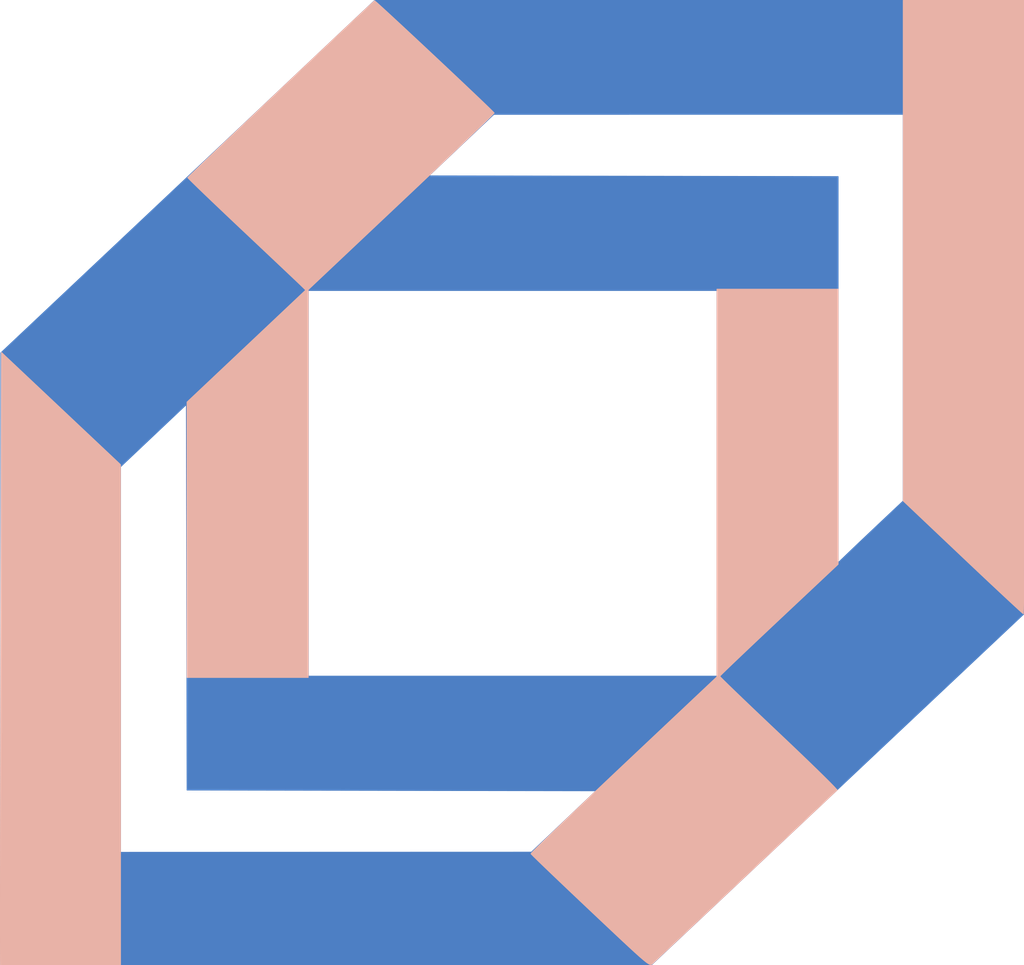
<source format=kicad_pcb>

(kicad_pcb (version 4) (host pcbnew 4.0.7)

	(general
		(links 0)
		(no_connects 0)
		(area 77.052499 41.877835 92.193313 53.630501)
		(thickness 1.6)
		(drawings 8)
		(tracks 0)
		(zones 0)
		(modules 1)
		(nets 1)
	)

	(page A4)
	(layers
		(0 F.Cu signal)
		(31 B.Cu signal)
		(32 B.Adhes user)
		(33 F.Adhes user)
		(34 B.Paste user)
		(35 F.Paste user)
		(36 B.SilkS user)
		(37 F.SilkS user)
		(38 B.Mask user)
		(39 F.Mask user)
		(40 Dwgs.User user)
		(41 Cmts.User user)
		(42 Eco1.User user)
		(43 Eco2.User user)
		(44 Edge.Cuts user)
		(45 Margin user)
		(46 B.CrtYd user)
		(47 F.CrtYd user)
		(48 B.Fab user)
		(49 F.Fab user)
	)

	(setup
		(last_trace_width 0.25)
		(trace_clearance 0.2)
		(zone_clearance 0.508)
		(zone_45_only no)
		(trace_min 0.2)
		(segment_width 0.2)
		(edge_width 0.15)
		(via_size 0.6)
		(via_drill 0.4)
		(via_min_size 0.4)
		(via_min_drill 0.3)
		(uvia_size 0.3)
		(uvia_drill 0.1)
		(uvias_allowed no)
		(uvia_min_size 0.2)
		(uvia_min_drill 0.1)
		(pcb_text_width 0.3)
		(pcb_text_size 1.5 1.5)
		(mod_edge_width 0.15)
		(mod_text_size 1 1)
		(mod_text_width 0.15)
		(pad_size 1.524 1.524)
		(pad_drill 0.762)
		(pad_to_mask_clearance 0.2)
		(aux_axis_origin 0 0)
		(visible_elements FFFFFF7F)
		(pcbplotparams
			(layerselection 0x010f0_80000001)
			(usegerberextensions false)
			(excludeedgelayer true)
			(linewidth 0.100000)
			(plotframeref false)
			(viasonmask false)
			(mode 1)
			(useauxorigin false)
			(hpglpennumber 1)
			(hpglpenspeed 20)
			(hpglpendiameter 15)
			(hpglpenoverlay 2)
			(psnegative false)
			(psa4output false)
			(plotreference true)
			(plotvalue true)
			(plotinvisibletext false)
			(padsonsilk false)
			(subtractmaskfromsilk false)
			(outputformat 1)
			(mirror false)
			(drillshape 1)
			(scaleselection 1)
			(outputdirectory gerbers/))
	)

	(net 0 "")

	(net_class Default "This is the default net class."
		(clearance 0.2)
		(trace_width 0.25)
		(via_dia 0.6)
		(via_drill 0.4)
		(uvia_dia 0.3)
		(uvia_drill 0.1)
	)
(module LOGO (layer F.Cu)
  (at 0 0)
 (fp_text reference "G***" (at 0 0) (layer F.SilkS) hide
  (effects (font (thickness 0.3)))
  )
  (fp_text value "LOGO" (at 0.75 0) (layer F.SilkS) hide
  (effects (font (thickness 0.3)))
  )
  (fp_poly (pts (xy 5.270500 -0.112422) (xy 3.901755 1.176747) (xy 3.654339 1.409796) (xy 3.382457 1.665920) (xy 3.092442 1.939151) (xy 2.790629 2.223520) (xy 2.483350 2.513061) (xy 2.176941 2.801803)
     (xy 1.877733 3.083780) (xy 1.592061 3.353024) (xy 1.326258 3.603565) (xy 1.157792 3.762375) (xy -0.217427 5.058833) (xy -9.736667 5.058833) (xy -9.736667 -2.262254) (xy -7.979834 -2.262254)
     (xy -7.979834 3.386667) (xy -4.968875 3.385581) (xy -1.957917 3.384496) (xy -1.484762 2.935790) (xy -1.011606 2.487083) (xy -4.008810 2.481719) (xy -7.006013 2.476354) (xy -7.011382 -0.348445)
     (xy -7.016750 -3.173245) (xy -7.498292 -2.717750) (xy -7.979834 -2.262254) (xy -9.736667 -2.262254) (xy -9.736667 -3.934484) (xy -8.767982 -4.847167) (xy -5.228167 -4.847167) (xy -5.228167 0.804333)
     (xy 0.762000 0.804333) (xy 0.762000 -4.847167) (xy -5.228167 -4.847167) (xy -8.767982 -4.847167) (xy -8.325624 -5.263951) (xy -8.077092 -5.498134) (xy -7.806452 -5.753185) (xy -7.519659 -6.023489)
     (xy -7.222669 -6.303432) (xy -6.982415 -6.529917) (xy -3.458151 -6.529917) (xy -0.459076 -6.524552) (xy 2.540000 -6.519188) (xy 2.540000 -0.860492) (xy 2.704041 -1.018106) (xy 2.773158 -1.084204)
     (xy 2.864690 -1.171289) (xy 2.970202 -1.271359) (xy 3.081257 -1.376412) (xy 3.180291 -1.469848) (xy 3.492500 -1.763976) (xy 3.492500 -7.429500) (xy -2.508250 -7.428774) (xy -2.983201 -6.979345)
     (xy -3.458151 -6.529917) (xy -6.982415 -6.529917) (xy -6.921438 -6.587399) (xy -6.621921 -6.869775) (xy -6.330073 -7.144947) (xy -6.051850 -7.407300) (xy -5.793208 -7.651220) (xy -5.585067 -7.847542)
     (xy -4.255553 -9.101667) (xy 5.270500 -9.101667) (xy 5.270500 -0.112422) )(layer B.Cu) (width  0.010000)
  )
)
(module LOGO (layer F.Cu)
  (at 0 0)
 (fp_text reference "G***" (at 0 0) (layer F.SilkS) hide
  (effects (font (thickness 0.3)))
  )
  (fp_text value "LOGO" (at 0.75 0) (layer F.SilkS) hide
  (effects (font (thickness 0.3)))
  )
  (fp_poly (pts (xy -4.968875 3.387846) (xy -1.957917 3.389025) (xy -1.164167 4.139690) (xy -1.007708 4.287742) (xy -0.858192 4.429388) (xy -0.718910 4.561500) (xy -0.593151 4.680950) (xy -0.484204 4.784611)
     (xy -0.395358 4.869356) (xy -0.329903 4.932056) (xy -0.291127 4.969585) (xy -0.286062 4.974594) (xy -0.201706 5.058833) (xy -7.979834 5.058833) (xy -7.979834 3.386667) (xy -4.968875 3.387846) )(layer B.Mask) (width  0.010000)
  )
  (fp_poly (pts (xy 3.527038 -1.732161) (xy 3.575074 -1.692023) (xy 3.646683 -1.629029) (xy 3.738472 -1.546371) (xy 3.847048 -1.447244) (xy 3.969018 -1.334839) (xy 4.100991 -1.212350) (xy 4.239573 -1.082969)
     (xy 4.381373 -0.949890) (xy 4.522997 -0.816306) (xy 4.661053 -0.685410) (xy 4.792148 -0.560394) (xy 4.912890 -0.444452) (xy 5.019887 -0.340776) (xy 5.109746 -0.252560) (xy 5.179074 -0.182997)
     (xy 5.224479 -0.135279) (xy 5.242568 -0.112600) (xy 5.242734 -0.111641) (xy 5.227029 -0.093091) (xy 5.182970 -0.048009) (xy 5.113079 0.021174) (xy 5.019876 0.112028) (xy 4.905884 0.222122)
     (xy 4.773624 0.349027) (xy 4.625618 0.490312) (xy 4.464387 0.643547) (xy 4.292453 0.806301) (xy 4.191000 0.902048) (xy 4.003680 1.078663) (xy 3.817480 1.254263) (xy 3.635995 1.425457)
     (xy 3.462817 1.588854) (xy 3.301542 1.741060) (xy 3.155763 1.878685) (xy 3.029074 1.998336) (xy 2.925068 2.096620) (xy 2.847340 2.170147) (xy 2.831846 2.184822) (xy 2.520442 2.479850)
     (xy 1.650439 1.657967) (xy 1.489787 1.506331) (xy 1.338463 1.363755) (xy 1.199237 1.232831) (xy 1.074879 1.116150) (xy 0.968158 1.016306) (xy 0.881844 0.935890) (xy 0.818706 0.877495)
     (xy 0.781514 0.843713) (xy 0.772335 0.836083) (xy 0.755891 0.850199) (xy 0.711471 0.890819) (xy 0.641848 0.955347) (xy 0.549795 1.041191) (xy 0.438083 1.145755) (xy 0.309487 1.266446)
     (xy 0.166778 1.400669) (xy 0.012729 1.545831) (xy -0.104316 1.656292) (xy -0.972866 2.476500) (xy -7.006167 2.476500) (xy -7.006167 0.804333) (xy 0.773874 0.804333) (xy 2.125826 -0.470958)
     (xy 2.327483 -0.660884) (xy 2.520669 -0.842256) (xy 2.703131 -1.012992) (xy 2.872615 -1.171008) (xy 3.026866 -1.314221) (xy 3.163630 -1.440550) (xy 3.280653 -1.547911) (xy 3.375682 -1.634221)
     (xy 3.446462 -1.697397) (xy 3.490740 -1.735358) (xy 3.505966 -1.746250) (xy 3.527038 -1.732161) )(layer B.Mask) (width  0.010000)
  )
  (fp_poly (pts (xy 2.540000 -4.847167) (xy -5.246484 -4.847167) (xy -6.602954 -3.566583) (xy -6.804718 -3.376298) (xy -6.997814 -3.194557) (xy -7.180013 -3.023439) (xy -7.349084 -2.865021) (xy -7.502798 -2.721378)
     (xy -7.638927 -2.594590) (xy -7.755239 -2.486732) (xy -7.849505 -2.399882) (xy -7.919495 -2.336116) (xy -7.962981 -2.297513) (xy -7.977610 -2.286000) (xy -7.996040 -2.300105) (xy -8.042319 -2.340639)
     (xy -8.113551 -2.404935) (xy -8.206839 -2.490321) (xy -8.319287 -2.594131) (xy -8.447997 -2.713693) (xy -8.590073 -2.846340) (xy -8.742618 -2.989402) (xy -8.818606 -3.060892) (xy -8.976527 -3.209634)
     (xy -9.126303 -3.350741) (xy -9.264885 -3.481337) (xy -9.389221 -3.598544) (xy -9.496262 -3.699488) (xy -9.582956 -3.781290) (xy -9.646253 -3.841074) (xy -9.683102 -3.875964) (xy -9.690092 -3.882632)
     (xy -9.738768 -3.929479) (xy -8.491222 -5.106942) (xy -8.294526 -5.292561) (xy -8.104239 -5.472077) (xy -7.922970 -5.643032) (xy -7.753327 -5.802970) (xy -7.597920 -5.949433) (xy -7.459356 -6.079962)
     (xy -7.340244 -6.192099) (xy -7.243194 -6.283388) (xy -7.170813 -6.351370) (xy -7.125711 -6.393588) (xy -7.117005 -6.401680) (xy -6.990335 -6.518955) (xy -6.116390 -5.694633) (xy -5.242445 -4.870312)
     (xy -4.923098 -5.173422) (xy -4.827593 -5.264013) (xy -4.708017 -5.377346) (xy -4.571061 -5.507082) (xy -4.423419 -5.646884) (xy -4.271784 -5.790414) (xy -4.122849 -5.931333) (xy -4.053417 -5.997005)
     (xy -3.503084 -6.517478) (xy -0.481542 -6.518406) (xy 2.540000 -6.519333) (xy 2.540000 -4.847167) )(layer B.Mask) (width  0.010000)
  )
  (fp_poly (pts (xy 3.513666 -7.429500) (xy -2.508250 -7.429890) (xy -3.376084 -8.248599) (xy -3.536725 -8.400329) (xy -3.687972 -8.543537) (xy -3.827043 -8.675567) (xy -3.951158 -8.793761) (xy -4.057535 -8.895462)
     (xy -4.143393 -8.978013) (xy -4.205953 -9.038758) (xy -4.242431 -9.075038) (xy -4.250973 -9.084488) (xy -4.230893 -9.086266) (xy -4.170567 -9.087993) (xy -4.072080 -9.089660) (xy -3.937519 -9.091257)
     (xy -3.768970 -9.092776) (xy -3.568520 -9.094208) (xy -3.338256 -9.095542) (xy -3.080263 -9.096770) (xy -2.796628 -9.097883) (xy -2.489437 -9.098871) (xy -2.160778 -9.099725) (xy -1.812736 -9.100435)
     (xy -1.447397 -9.100993) (xy -1.066849 -9.101390) (xy -0.673177 -9.101615) (xy -0.372181 -9.101667) (xy 3.513666 -9.101667) (xy 3.513666 -7.429500) )(layer B.Mask) (width  0.010000)
  )
)
(module LOGO (layer F.Cu)
  (at 0 0)
 (fp_text reference "G***" (at 0 0) (layer F.SilkS) hide
  (effects (font (thickness 0.3)))
  )
  (fp_text value "LOGO" (at 0.75 0) (layer F.SilkS) hide
  (effects (font (thickness 0.3)))
  )
  (fp_poly (pts (xy -8.853280 -3.119027) (xy -7.980477 -2.296583) (xy -7.980155 1.381125) (xy -7.979834 5.058833) (xy -8.857001 5.058833) (xy -9.045368 5.058463) (xy -9.220183 5.057405) (xy -9.376998 5.055739)
     (xy -9.511370 5.053546) (xy -9.618851 5.050904) (xy -9.694996 5.047895) (xy -9.735359 5.044597) (xy -9.740710 5.042958) (xy -9.741291 5.020568) (xy -9.741761 4.957801) (xy -9.742121 4.856613)
     (xy -9.742372 4.718960) (xy -9.742517 4.546799) (xy -9.742556 4.342085) (xy -9.742493 4.106774) (xy -9.742328 3.842823) (xy -9.742063 3.552188) (xy -9.741701 3.236825) (xy -9.741242 2.898690)
     (xy -9.740689 2.539739) (xy -9.740043 2.161929) (xy -9.739306 1.767214) (xy -9.738481 1.357553) (xy -9.737567 0.934900) (xy -9.736667 0.542806) (xy -9.726084 -3.941471) (xy -8.853280 -3.119027) )(layer B.SilkS) (width  0.010000)
  )
  (fp_poly (pts (xy 2.540000 -0.834135) (xy 1.673855 -0.020192) (xy 1.513417 0.130784) (xy 1.362556 0.273150) (xy 1.224044 0.404264) (xy 1.100648 0.521486) (xy 0.995138 0.622175) (xy 0.910283 0.703690)
     (xy 0.848853 0.763391) (xy 0.813618 0.798637) (xy 0.806022 0.807339) (xy 0.820664 0.823970) (xy 0.863403 0.866964) (xy 0.931495 0.933683) (xy 1.022197 1.021489) (xy 1.132765 1.127743)
     (xy 1.260457 1.249807) (xy 1.402531 1.385042) (xy 1.556242 1.530812) (xy 1.673168 1.641362) (xy 1.833177 1.792982) (xy 1.983065 1.936027) (xy 2.120144 2.067864) (xy 2.241727 2.185860)
     (xy 2.345127 2.287381) (xy 2.427657 2.369792) (xy 2.486629 2.430462) (xy 2.519357 2.466755) (xy 2.525126 2.476350) (xy 2.507507 2.492741) (xy 2.461338 2.536032) (xy 2.388881 2.604092)
     (xy 2.292400 2.694793) (xy 2.174158 2.806006) (xy 2.036417 2.935600) (xy 1.881441 3.081447) (xy 1.711494 3.241419) (xy 1.528837 3.413384) (xy 1.335735 3.595216) (xy 1.184306 3.737826)
     (xy 0.984068 3.926376) (xy 0.792017 4.107139) (xy 0.610476 4.277934) (xy 0.441772 4.436576) (xy 0.288227 4.580881) (xy 0.152167 4.708668) (xy 0.035916 4.817751) (xy -0.058201 4.905948)
     (xy -0.127860 4.971076) (xy -0.170737 5.010950) (xy -0.183800 5.022868) (xy -0.193819 5.030470) (xy -0.205124 5.034236) (xy -0.220208 5.032033) (xy -0.241564 5.021728) (xy -0.271683 5.001187)
     (xy -0.313058 4.968279) (xy -0.368181 4.920869) (xy -0.439545 4.856825) (xy -0.529641 4.774013) (xy -0.640962 4.670301) (xy -0.776001 4.543555) (xy -0.937249 4.391643) (xy -1.092940 4.244758)
     (xy -1.253304 4.093206) (xy -1.404250 3.950117) (xy -1.542994 3.818159) (xy -1.666751 3.700003) (xy -1.772738 3.598315) (xy -1.858171 3.515766) (xy -1.920265 3.455025) (xy -1.956237 3.418759)
     (xy -1.964378 3.409384) (xy -1.950283 3.392358) (xy -1.907506 3.348458) (xy -1.838229 3.279780) (xy -1.744633 3.188424) (xy -1.628902 3.076487) (xy -1.493219 2.946068) (xy -1.339764 2.799264)
     (xy -1.170721 2.638174) (xy -0.988273 2.464896) (xy -0.794601 2.281528) (xy -0.605052 2.102577) (xy 0.760734 0.814917) (xy 0.762000 -4.868333) (xy 2.540000 -4.868333) (xy 2.540000 -0.834135) )(layer B.SilkS) (width  0.010000)
  )
  (fp_poly (pts (xy -4.239229 -9.083282) (xy -4.195014 -9.044137) (xy -4.126792 -8.982161) (xy -4.037918 -8.900503) (xy -3.931747 -8.802312) (xy -3.811636 -8.690736) (xy -3.680941 -8.568923) (xy -3.543016 -8.440023)
     (xy -3.401219 -8.307184) (xy -3.258905 -8.173554) (xy -3.119429 -8.042282) (xy -2.986148 -7.916517) (xy -2.862417 -7.799407) (xy -2.751592 -7.694100) (xy -2.657029 -7.603746) (xy -2.582084 -7.531493)
     (xy -2.530113 -7.480489) (xy -2.504471 -7.453883) (xy -2.502383 -7.451058) (xy -2.516556 -7.434731) (xy -2.559393 -7.391500) (xy -2.628710 -7.323452) (xy -2.722328 -7.232678) (xy -2.838064 -7.121268)
     (xy -2.973737 -6.991311) (xy -3.127166 -6.844898) (xy -3.296168 -6.684117) (xy -3.478563 -6.511060) (xy -3.672170 -6.327816) (xy -3.862341 -6.148231) (xy -5.228167 -4.859836) (xy -5.228167 0.825500)
     (xy -7.006167 0.825500) (xy -7.006167 -3.213514) (xy -6.136886 -4.033873) (xy -5.267606 -4.854233) (xy -5.348428 -4.932629) (xy -5.379572 -4.962419) (xy -5.438227 -5.018111) (xy -5.521088 -5.096581)
     (xy -5.624849 -5.194706) (xy -5.746207 -5.309361) (xy -5.881855 -5.437424) (xy -6.028489 -5.575771) (xy -6.182803 -5.721278) (xy -6.212417 -5.749192) (xy -6.364638 -5.892945) (xy -6.507097 -6.028022)
     (xy -6.636895 -6.151632) (xy -6.751129 -6.260987) (xy -6.846900 -6.353300) (xy -6.921305 -6.425780) (xy -6.971443 -6.475641) (xy -6.994415 -6.500092) (xy -6.995584 -6.501995) (xy -6.980621 -6.517897)
     (xy -6.937511 -6.560298) (xy -6.868923 -6.626671) (xy -6.777524 -6.714489) (xy -6.665984 -6.821225) (xy -6.536970 -6.944351) (xy -6.393152 -7.081341) (xy -6.237197 -7.229667) (xy -6.071774 -7.386802)
     (xy -5.899551 -7.550219) (xy -5.723198 -7.717391) (xy -5.545381 -7.885791) (xy -5.368770 -8.052892) (xy -5.196034 -8.216167) (xy -5.029839 -8.373087) (xy -4.872856 -8.521127) (xy -4.727752 -8.657760)
     (xy -4.597196 -8.780457) (xy -4.483856 -8.886692) (xy -4.390400 -8.973938) (xy -4.319497 -9.039667) (xy -4.273816 -9.081353) (xy -4.256079 -9.096448) (xy -4.239229 -9.083282) )(layer B.SilkS) (width  0.010000)
  )
  (fp_poly (pts (xy 5.270500 -4.603750) (xy 5.270426 -4.170623) (xy 5.270210 -3.748860) (xy 5.269858 -3.340403) (xy 5.269377 -2.947195) (xy 5.268775 -2.571181) (xy 5.268057 -2.214302) (xy 5.267231 -1.878502)
     (xy 5.266304 -1.565725) (xy 5.265282 -1.277913) (xy 5.264173 -1.017010) (xy 5.262983 -0.784959) (xy 5.261718 -0.583702) (xy 5.260387 -0.415184) (xy 5.258996 -0.281346) (xy 5.257551 -0.184133)
     (xy 5.256059 -0.125488) (xy 5.254625 -0.107263) (xy 5.236754 -0.121683) (xy 5.190989 -0.162671) (xy 5.120120 -0.227628) (xy 5.026935 -0.313955) (xy 4.914224 -0.419054) (xy 4.784774 -0.540326)
     (xy 4.641375 -0.675173) (xy 4.486817 -0.820994) (xy 4.365625 -0.935647) (xy 3.492500 -1.762601) (xy 3.492500 -9.101667) (xy 5.270500 -9.101667) (xy 5.270500 -4.603750) )(layer B.SilkS) (width  0.010000)
  )
)

)

</source>
